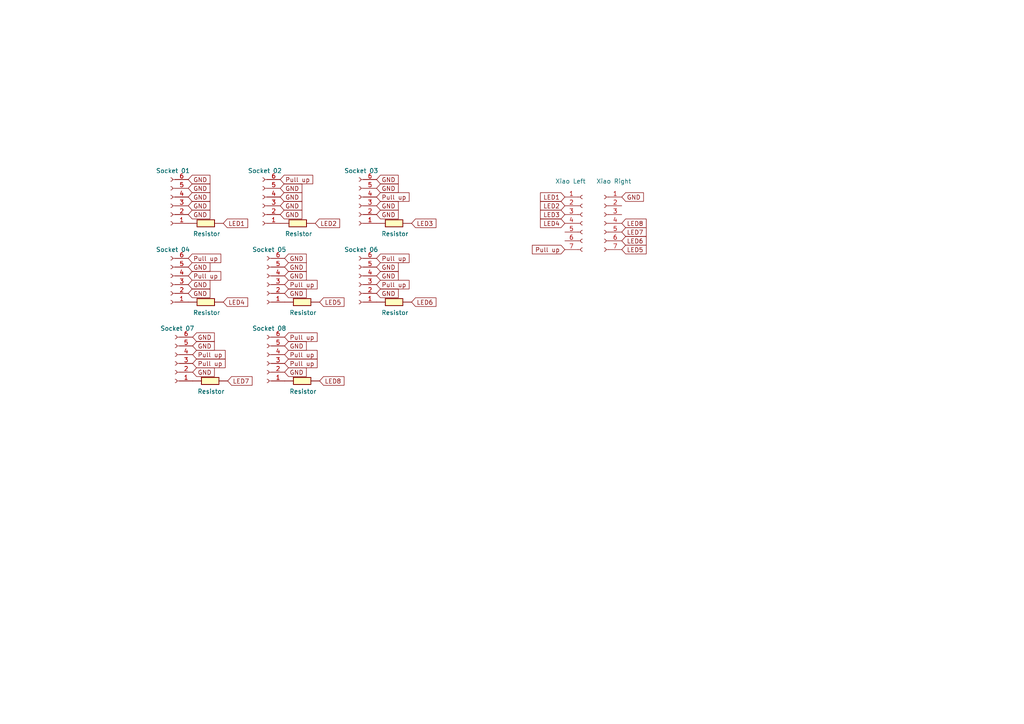
<source format=kicad_sch>
(kicad_sch (version 20250114) (generator "eeschema") (generator_version "9.0")
  (paper "A4")
  (lib_symbols
    (symbol "Connector:Conn_01x06_Socket" (pin_names (offset 1.016) (hide yes))
      (property "Reference" "J" (at 0 7.62 0))
      (property "Value" "Conn_01x06_Socket" (at 0 -10.16 0))
      (symbol "Conn_01x06_Socket_1_1"
        (polyline (pts (xy -1.27 5.08) (xy -0.508 5.08)) (stroke (width 0.1524)))
        (polyline (pts (xy -1.27 2.54) (xy -0.508 2.54)) (stroke (width 0.1524)))
        (polyline (pts (xy -1.27 0) (xy -0.508 0)) (stroke (width 0.1524)))
        (polyline (pts (xy -1.27 -2.54) (xy -0.508 -2.54)) (stroke (width 0.1524)))
        (polyline (pts (xy -1.27 -5.08) (xy -0.508 -5.08)) (stroke (width 0.1524)))
        (polyline (pts (xy -1.27 -7.62) (xy -0.508 -7.62)) (stroke (width 0.1524)))
        (arc (start 0 4.572) (mid -0.5058 5.08) (end 0 5.588) (stroke (width 0.1524)))
        (arc (start 0 2.032) (mid -0.5058 2.54) (end 0 3.048) (stroke (width 0.1524)))
        (arc (start 0 -0.508) (mid -0.5058 0) (end 0 0.508) (stroke (width 0.1524)))
        (arc (start 0 -3.048) (mid -0.5058 -2.54) (end 0 -2.032) (stroke (width 0.1524)))
        (arc (start 0 -5.588) (mid -0.5058 -5.08) (end 0 -4.572) (stroke (width 0.1524)))
        (arc (start 0 -8.128) (mid -0.5058 -7.62) (end 0 -7.112) (stroke (width 0.1524)))
        (pin passive line (at -5.08 5.08 0) (length 3.81) (name "Pin_1") (number "1"))
        (pin passive line (at -5.08 2.54 0) (length 3.81) (name "Pin_2") (number "2"))
        (pin passive line (at -5.08 0 0) (length 3.81) (name "Pin_3") (number "3"))
        (pin passive line (at -5.08 -2.54 0) (length 3.81) (name "Pin_4") (number "4"))
        (pin passive line (at -5.08 -5.08 0) (length 3.81) (name "Pin_5") (number "5"))
        (pin passive line (at -5.08 -7.62 0) (length 3.81) (name "Pin_6") (number "6"))
      )
    )
    (symbol "Connector:Conn_01x07_Socket" (pin_names (offset 1.016) (hide yes))
      (property "Reference" "J" (at 0 10.16 0))
      (property "Value" "Conn_01x07_Socket" (at 0 -10.16 0))
      (symbol "Conn_01x07_Socket_1_1"
        (polyline (pts (xy -1.27 7.62) (xy -0.508 7.62)) (stroke (width 0.1524)))
        (polyline (pts (xy -1.27 5.08) (xy -0.508 5.08)) (stroke (width 0.1524)))
        (polyline (pts (xy -1.27 2.54) (xy -0.508 2.54)) (stroke (width 0.1524)))
        (polyline (pts (xy -1.27 0) (xy -0.508 0)) (stroke (width 0.1524)))
        (polyline (pts (xy -1.27 -2.54) (xy -0.508 -2.54)) (stroke (width 0.1524)))
        (polyline (pts (xy -1.27 -5.08) (xy -0.508 -5.08)) (stroke (width 0.1524)))
        (polyline (pts (xy -1.27 -7.62) (xy -0.508 -7.62)) (stroke (width 0.1524)))
        (arc (start 0 7.112) (mid -0.5058 7.62) (end 0 8.128) (stroke (width 0.1524)))
        (arc (start 0 4.572) (mid -0.5058 5.08) (end 0 5.588) (stroke (width 0.1524)))
        (arc (start 0 2.032) (mid -0.5058 2.54) (end 0 3.048) (stroke (width 0.1524)))
        (arc (start 0 -0.508) (mid -0.5058 0) (end 0 0.508) (stroke (width 0.1524)))
        (arc (start 0 -3.048) (mid -0.5058 -2.54) (end 0 -2.032) (stroke (width 0.1524)))
        (arc (start 0 -5.588) (mid -0.5058 -5.08) (end 0 -4.572) (stroke (width 0.1524)))
        (arc (start 0 -8.128) (mid -0.5058 -7.62) (end 0 -7.112) (stroke (width 0.1524)))
        (pin passive line (at -5.08 7.62 0) (length 3.81) (name "Pin_1") (number "1"))
        (pin passive line (at -5.08 5.08 0) (length 3.81) (name "Pin_2") (number "2"))
        (pin passive line (at -5.08 2.54 0) (length 3.81) (name "Pin_3") (number "3"))
        (pin passive line (at -5.08 0 0) (length 3.81) (name "Pin_4") (number "4"))
        (pin passive line (at -5.08 -2.54 0) (length 3.81) (name "Pin_5") (number "5"))
        (pin passive line (at -5.08 -5.08 0) (length 3.81) (name "Pin_6") (number "6"))
        (pin passive line (at -5.08 -7.62 0) (length 3.81) (name "Pin_7") (number "7"))
      )
    )
    (symbol "fab:R_1206" (pin_numbers (hide yes)) (pin_names (offset 0))
      (property "Reference" "R" (at 2.54 0 90))
      (property "Value" "R_1206" (at -2.54 0 90))
      (symbol "R_1206_0_1"
        (rectangle (start -1.016 -2.54) (end 1.016 2.54) (stroke (width 0.254)) (fill (type background)))
      )
      (symbol "R_1206_1_1"
        (pin passive line (at 0 5.08 270) (length 2.54) (name "~") (number "1"))
        (pin passive line (at 0 -5.08 90) (length 2.54) (name "~") (number "2"))
      )
    )
  )
  (global_label "Pull up" (shape input) (at 82.55 82.55 0) (property "Intersheetrefs" "${INTERSHEET_REFS}" (effects (hide yes))))
  (global_label "LED5" (shape input) (at 92.71 87.63 0) (property "Intersheetrefs" "${INTERSHEET_REFS}" (effects (hide yes))))
  (global_label "GND" (shape input) (at 55.88 100.33 0) (property "Intersheetrefs" "${INTERSHEET_REFS}" (effects (hide yes))))
  (global_label "GND" (shape input) (at 82.55 77.47 0) (property "Intersheetrefs" "${INTERSHEET_REFS}" (effects (hide yes))))
  (global_label "LED2" (shape input) (at 91.44 64.77 0) (property "Intersheetrefs" "${INTERSHEET_REFS}" (effects (hide yes))))
  (global_label "GND" (shape input) (at 82.55 85.09 0) (property "Intersheetrefs" "${INTERSHEET_REFS}" (effects (hide yes))))
  (global_label "GND" (shape input) (at 55.88 107.95 0) (property "Intersheetrefs" "${INTERSHEET_REFS}" (effects (hide yes))))
  (global_label "Pull up" (shape input) (at 82.55 105.41 0) (property "Intersheetrefs" "${INTERSHEET_REFS}" (effects (hide yes))))
  (global_label "LED7" (shape input) (at 66.04 110.49 0) (property "Intersheetrefs" "${INTERSHEET_REFS}" (effects (hide yes))))
  (global_label "GND" (shape input) (at 81.28 54.61 0) (property "Intersheetrefs" "${INTERSHEET_REFS}" (effects (hide yes))))
  (global_label "LED3" (shape input) (at 119.38 64.77 0) (property "Intersheetrefs" "${INTERSHEET_REFS}" (effects (hide yes))))
  (global_label "Pull up" (shape input) (at 109.22 82.55 0) (property "Intersheetrefs" "${INTERSHEET_REFS}" (effects (hide yes))))
  (global_label "LED7" (shape input) (at 180.34 67.31 0) (property "Intersheetrefs" "${INTERSHEET_REFS}" (effects (hide yes))))
  (global_label "LED1" (shape input) (at 163.83 57.15 180) (property "Intersheetrefs" "${INTERSHEET_REFS}" (effects (hide yes))))
  (global_label "GND" (shape input) (at 54.61 59.69 0) (property "Intersheetrefs" "${INTERSHEET_REFS}" (effects (hide yes))))
  (global_label "GND" (shape input) (at 82.55 80.01 0) (property "Intersheetrefs" "${INTERSHEET_REFS}" (effects (hide yes))))
  (global_label "Pull up" (shape input) (at 82.55 102.87 0) (property "Intersheetrefs" "${INTERSHEET_REFS}" (effects (hide yes))))
  (global_label "Pull up" (shape input) (at 54.61 74.93 0) (property "Intersheetrefs" "${INTERSHEET_REFS}" (effects (hide yes))))
  (global_label "Pull up" (shape input) (at 81.28 52.07 0) (property "Intersheetrefs" "${INTERSHEET_REFS}" (effects (hide yes))))
  (global_label "GND" (shape input) (at 54.61 52.07 0) (property "Intersheetrefs" "${INTERSHEET_REFS}" (effects (hide yes))))
  (global_label "GND" (shape input) (at 109.22 59.69 0) (property "Intersheetrefs" "${INTERSHEET_REFS}" (effects (hide yes))))
  (global_label "Pull up" (shape input) (at 109.22 74.93 0) (property "Intersheetrefs" "${INTERSHEET_REFS}" (effects (hide yes))))
  (global_label "GND" (shape input) (at 81.28 59.69 0) (property "Intersheetrefs" "${INTERSHEET_REFS}" (effects (hide yes))))
  (global_label "Pull up" (shape input) (at 54.61 80.01 0) (property "Intersheetrefs" "${INTERSHEET_REFS}" (effects (hide yes))))
  (global_label "GND" (shape input) (at 81.28 62.23 0) (property "Intersheetrefs" "${INTERSHEET_REFS}" (effects (hide yes))))
  (global_label "GND" (shape input) (at 54.61 85.09 0) (property "Intersheetrefs" "${INTERSHEET_REFS}" (effects (hide yes))))
  (global_label "Pull up" (shape input) (at 109.22 57.15 0) (property "Intersheetrefs" "${INTERSHEET_REFS}" (effects (hide yes))))
  (global_label "GND" (shape input) (at 54.61 82.55 0) (property "Intersheetrefs" "${INTERSHEET_REFS}" (effects (hide yes))))
  (global_label "GND" (shape input) (at 109.22 54.61 0) (property "Intersheetrefs" "${INTERSHEET_REFS}" (effects (hide yes))))
  (global_label "Pull up" (shape input) (at 55.88 105.41 0) (property "Intersheetrefs" "${INTERSHEET_REFS}" (effects (hide yes))))
  (global_label "LED6" (shape input) (at 119.38 87.63 0) (property "Intersheetrefs" "${INTERSHEET_REFS}" (effects (hide yes))))
  (global_label "GND" (shape input) (at 109.22 52.07 0) (property "Intersheetrefs" "${INTERSHEET_REFS}" (effects (hide yes))))
  (global_label "LED4" (shape input) (at 163.83 64.77 180) (property "Intersheetrefs" "${INTERSHEET_REFS}" (effects (hide yes))))
  (global_label "LED6" (shape input) (at 180.34 69.85 0) (property "Intersheetrefs" "${INTERSHEET_REFS}" (effects (hide yes))))
  (global_label "Pull up" (shape input) (at 55.88 102.87 0) (property "Intersheetrefs" "${INTERSHEET_REFS}" (effects (hide yes))))
  (global_label "GND" (shape input) (at 109.22 80.01 0) (property "Intersheetrefs" "${INTERSHEET_REFS}" (effects (hide yes))))
  (global_label "GND" (shape input) (at 54.61 77.47 0) (property "Intersheetrefs" "${INTERSHEET_REFS}" (effects (hide yes))))
  (global_label "GND" (shape input) (at 81.28 57.15 0) (property "Intersheetrefs" "${INTERSHEET_REFS}" (effects (hide yes))))
  (global_label "GND" (shape input) (at 109.22 85.09 0) (property "Intersheetrefs" "${INTERSHEET_REFS}" (effects (hide yes))))
  (global_label "LED5" (shape input) (at 180.34 72.39 0) (property "Intersheetrefs" "${INTERSHEET_REFS}" (effects (hide yes))))
  (global_label "GND" (shape input) (at 109.22 62.23 0) (property "Intersheetrefs" "${INTERSHEET_REFS}" (effects (hide yes))))
  (global_label "GND" (shape input) (at 55.88 97.79 0) (property "Intersheetrefs" "${INTERSHEET_REFS}" (effects (hide yes))))
  (global_label "LED8" (shape input) (at 180.34 64.77 0) (property "Intersheetrefs" "${INTERSHEET_REFS}" (effects (hide yes))))
  (global_label "GND" (shape input) (at 109.22 77.47 0) (property "Intersheetrefs" "${INTERSHEET_REFS}" (effects (hide yes))))
  (global_label "Pull up" (shape input) (at 163.83 72.39 180) (property "Intersheetrefs" "${INTERSHEET_REFS}" (effects (hide yes))))
  (global_label "GND" (shape input) (at 82.55 107.95 0) (property "Intersheetrefs" "${INTERSHEET_REFS}" (effects (hide yes))))
  (global_label "LED1" (shape input) (at 64.77 64.77 0) (property "Intersheetrefs" "${INTERSHEET_REFS}" (effects (hide yes))))
  (global_label "LED3" (shape input) (at 163.83 62.23 180) (property "Intersheetrefs" "${INTERSHEET_REFS}" (effects (hide yes))))
  (global_label "GND" (shape input) (at 82.55 74.93 0) (property "Intersheetrefs" "${INTERSHEET_REFS}" (effects (hide yes))))
  (global_label "GND" (shape input) (at 82.55 100.33 0) (property "Intersheetrefs" "${INTERSHEET_REFS}" (effects (hide yes))))
  (global_label "GND" (shape input) (at 54.61 57.15 0) (property "Intersheetrefs" "${INTERSHEET_REFS}" (effects (hide yes))))
  (global_label "GND" (shape input) (at 180.34 57.15 0) (property "Intersheetrefs" "${INTERSHEET_REFS}" (effects (hide yes))))
  (global_label "GND" (shape input) (at 54.61 62.23 0) (property "Intersheetrefs" "${INTERSHEET_REFS}" (effects (hide yes))))
  (global_label "GND" (shape input) (at 54.61 54.61 0) (property "Intersheetrefs" "${INTERSHEET_REFS}" (effects (hide yes))))
  (global_label "Pull up" (shape input) (at 82.55 97.79 0) (property "Intersheetrefs" "${INTERSHEET_REFS}" (effects (hide yes))))
  (global_label "LED8" (shape input) (at 92.71 110.49 0) (property "Intersheetrefs" "${INTERSHEET_REFS}" (effects (hide yes))))
  (global_label "LED4" (shape input) (at 64.77 87.63 0) (property "Intersheetrefs" "${INTERSHEET_REFS}" (effects (hide yes))))
  (global_label "LED2" (shape input) (at 163.83 59.69 180) (property "Intersheetrefs" "${INTERSHEET_REFS}" (effects (hide yes))))
  (symbol (lib_id "Connector:Conn_01x06_Socket") (at 50.8 105.41 180) (unit 1)
    (property "Reference" "J7" (effects (hide yes)))
    (property "Value" "Socket 07" (at 51.435 95.25 0))
    (property "Footprint" "Connector_PinSocket_2.54mm:PinSocket_1x06_P2.54mm_Vertical" (effects (hide yes)))
    (property "Description" "Generic connector, single row, 01x06, script generated" (effects (hide yes)))
  )
  (symbol (lib_id "fab:R_1206") (at 86.36 64.77 90) (unit 1)
    (property "Reference" "R7" (effects (hide yes)))
    (property "Value" "Resistor" (at 86.614 67.818 90))
    (property "Footprint" "fab:R_1206" (effects (hide yes)))
    (property "Description" "Resistor" (effects (hide yes)))
  )
  (symbol (lib_id "fab:R_1206") (at 87.63 110.49 90) (unit 1)
    (property "Reference" "R12" (effects (hide yes)))
    (property "Value" "Resistor" (at 87.884 113.538 90))
    (property "Footprint" "fab:R_1206" (effects (hide yes)))
    (property "Description" "Resistor" (effects (hide yes)))
  )
  (symbol (lib_id "Connector:Conn_01x06_Socket") (at 77.47 82.55 180) (unit 1)
    (property "Reference" "J5" (effects (hide yes)))
    (property "Value" "Socket 05" (at 78.105 72.39 0))
    (property "Footprint" "Connector_PinSocket_2.54mm:PinSocket_1x06_P2.54mm_Vertical" (effects (hide yes)))
    (property "Description" "Generic connector, single row, 01x06, script generated" (effects (hide yes)))
  )
  (symbol (lib_id "fab:R_1206") (at 87.63 87.63 90) (unit 1)
    (property "Reference" "R9" (effects (hide yes)))
    (property "Value" "Resistor" (at 87.884 90.678 90))
    (property "Footprint" "fab:R_1206" (effects (hide yes)))
    (property "Description" "Resistor" (effects (hide yes)))
  )
  (symbol (lib_id "Connector:Conn_01x06_Socket") (at 49.53 82.55 180) (unit 1)
    (property "Reference" "J6" (effects (hide yes)))
    (property "Value" "Socket 04" (at 50.165 72.39 0))
    (property "Footprint" "Connector_PinSocket_2.54mm:PinSocket_1x06_P2.54mm_Vertical" (effects (hide yes)))
    (property "Description" "Generic connector, single row, 01x06, script generated" (effects (hide yes)))
  )
  (symbol (lib_id "fab:R_1206") (at 114.3 64.77 90) (unit 1)
    (property "Reference" "R2" (effects (hide yes)))
    (property "Value" "Resistor" (at 114.554 67.818 90))
    (property "Footprint" "fab:R_1206" (effects (hide yes)))
    (property "Description" "Resistor" (effects (hide yes)))
  )
  (symbol (lib_id "fab:R_1206") (at 59.69 64.77 90) (unit 1)
    (property "Reference" "R8" (effects (hide yes)))
    (property "Value" "Resistor" (at 59.944 67.818 90))
    (property "Footprint" "fab:R_1206" (effects (hide yes)))
    (property "Description" "Resistor" (effects (hide yes)))
  )
  (symbol (lib_id "Connector:Conn_01x06_Socket") (at 76.2 59.69 180) (unit 1)
    (property "Reference" "J1" (effects (hide yes)))
    (property "Value" "Socket 02" (at 76.835 49.53 0))
    (property "Footprint" "Connector_PinSocket_2.54mm:PinSocket_1x06_P2.54mm_Vertical" (effects (hide yes)))
    (property "Description" "Generic connector, single row, 01x06, script generated" (effects (hide yes)))
  )
  (symbol (lib_id "Connector:Conn_01x06_Socket") (at 77.47 105.41 180) (unit 1)
    (property "Reference" "J8" (effects (hide yes)))
    (property "Value" "Socket 08" (at 78.105 95.25 0))
    (property "Footprint" "Connector_PinSocket_2.54mm:PinSocket_1x06_P2.54mm_Vertical" (effects (hide yes)))
    (property "Description" "Generic connector, single row, 01x06, script generated" (effects (hide yes)))
  )
  (symbol (lib_id "Connector:Conn_01x06_Socket") (at 104.14 82.55 180) (unit 1)
    (property "Reference" "J4" (effects (hide yes)))
    (property "Value" "Socket 06" (at 104.775 72.39 0))
    (property "Footprint" "Connector_PinSocket_2.54mm:PinSocket_1x06_P2.54mm_Vertical" (effects (hide yes)))
    (property "Description" "Generic connector, single row, 01x06, script generated" (effects (hide yes)))
  )
  (symbol (lib_id "Connector:Conn_01x07_Socket") (at 168.91 64.77 0) (unit 1)
    (property "Reference" "J9" (effects (hide yes)))
    (property "Value" "Xiao Left" (at 161.036 52.578 0) (effects (justify left)))
    (property "Footprint" "Connector_PinSocket_2.54mm:PinSocket_1x07_P2.54mm_Vertical" (effects (hide yes)))
    (property "Description" "Generic connector, single row, 01x07, script generated" (effects (hide yes)))
  )
  (symbol (lib_id "Connector:Conn_01x06_Socket") (at 49.53 59.69 180) (unit 1)
    (property "Reference" "J3" (effects (hide yes)))
    (property "Value" "Socket 01" (at 50.165 49.53 0))
    (property "Footprint" "Connector_PinSocket_2.54mm:PinSocket_1x06_P2.54mm_Vertical" (effects (hide yes)))
    (property "Description" "Generic connector, single row, 01x06, script generated" (effects (hide yes)))
  )
  (symbol (lib_id "Connector:Conn_01x06_Socket") (at 104.14 59.69 180) (unit 1)
    (property "Reference" "J2" (effects (hide yes)))
    (property "Value" "Socket 03" (at 104.775 49.53 0))
    (property "Footprint" "Connector_PinSocket_2.54mm:PinSocket_1x06_P2.54mm_Vertical" (effects (hide yes)))
    (property "Description" "Generic connector, single row, 01x06, script generated" (effects (hide yes)))
  )
  (symbol (lib_id "fab:R_1206") (at 59.69 87.63 90) (unit 1)
    (property "Reference" "R1" (effects (hide yes)))
    (property "Value" "Resistor" (at 59.944 90.678 90))
    (property "Footprint" "fab:R_1206" (effects (hide yes)))
    (property "Description" "Resistor" (effects (hide yes)))
  )
  (symbol (lib_id "fab:R_1206") (at 60.96 110.49 90) (unit 1)
    (property "Reference" "R11" (effects (hide yes)))
    (property "Value" "Resistor" (at 61.214 113.538 90))
    (property "Footprint" "fab:R_1206" (effects (hide yes)))
    (property "Description" "Resistor" (effects (hide yes)))
  )
  (symbol (lib_id "fab:R_1206") (at 114.3 87.63 90) (unit 1)
    (property "Reference" "R10" (effects (hide yes)))
    (property "Value" "Resistor" (at 114.554 90.678 90))
    (property "Footprint" "fab:R_1206" (effects (hide yes)))
    (property "Description" "Resistor" (effects (hide yes)))
  )
  (symbol (lib_id "Connector:Conn_01x07_Socket") (at 175.26 64.77 0) (mirror y) (unit 1)
    (property "Reference" "J10" (effects (hide yes)))
    (property "Value" "Xiao Right" (at 183.134 52.578 0) (effects (justify left)))
    (property "Footprint" "Connector_PinSocket_2.54mm:PinSocket_1x07_P2.54mm_Vertical" (effects (hide yes)))
    (property "Description" "Generic connector, single row, 01x07, script generated" (effects (hide yes)))
  )
)
</source>
